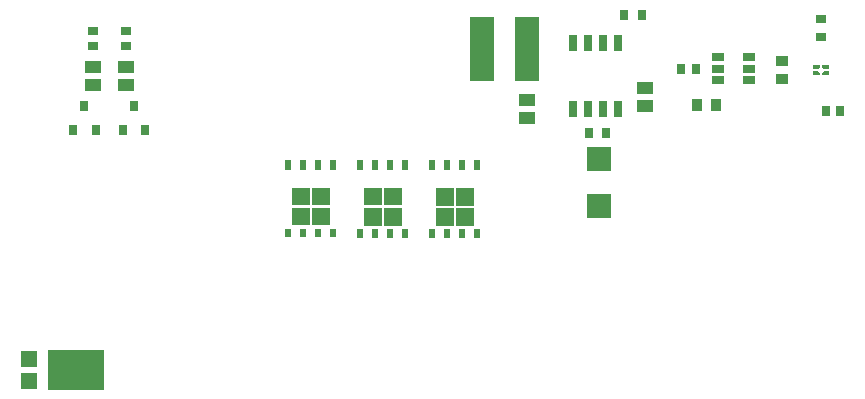
<source format=gbr>
%TF.GenerationSoftware,Altium Limited,Altium Designer,23.2.1 (34)*%
G04 Layer_Color=8421504*
%FSLAX45Y45*%
%MOMM*%
%TF.SameCoordinates,E9D2124A-86AF-48F7-823B-9A8D6BDBC947*%
%TF.FilePolarity,Positive*%
%TF.FileFunction,Paste,Top*%
%TF.Part,Single*%
G01*
G75*
%TA.AperFunction,SMDPad,CuDef*%
%ADD12R,0.50000X0.85001*%
%ADD13R,0.60000X0.80000*%
%ADD14R,0.80000X0.90000*%
%ADD15R,0.90000X0.70000*%
%ADD16R,0.75000X0.90000*%
%ADD17R,1.00000X0.90000*%
G04:AMPARAMS|DCode=18|XSize=1.1mm|YSize=0.6mm|CornerRadius=0.051mm|HoleSize=0mm|Usage=FLASHONLY|Rotation=180.000|XOffset=0mm|YOffset=0mm|HoleType=Round|Shape=RoundedRectangle|*
%AMROUNDEDRECTD18*
21,1,1.10000,0.49800,0,0,180.0*
21,1,0.99800,0.60000,0,0,180.0*
1,1,0.10200,-0.49900,0.24900*
1,1,0.10200,0.49900,0.24900*
1,1,0.10200,0.49900,-0.24900*
1,1,0.10200,-0.49900,-0.24900*
%
%ADD18ROUNDEDRECTD18*%
%ADD19R,0.70000X0.90000*%
%ADD20R,2.00000X2.00000*%
%ADD21R,0.65000X1.45000*%
%ADD22R,2.15000X5.50000*%
%ADD23R,1.40000X1.10000*%
%ADD24R,0.95000X0.80000*%
%ADD25R,1.40000X1.39000*%
%ADD26R,4.86000X3.36000*%
%ADD27R,0.90000X1.00000*%
G36*
X10583037Y7985600D02*
X10539742D01*
X10525600Y7999742D01*
Y8013827D01*
X10583037D01*
Y7985600D01*
D02*
G37*
G36*
X10505600Y7999742D02*
X10491458Y7985600D01*
X10448163D01*
Y8013827D01*
X10505600D01*
Y7999742D01*
D02*
G37*
G36*
X10583037Y7937373D02*
X10525600D01*
Y7951458D01*
X10539742Y7965600D01*
X10583037D01*
Y7937373D01*
D02*
G37*
G36*
X10505600Y7951458D02*
Y7937373D01*
X10448163D01*
Y7965600D01*
X10491458D01*
X10505600Y7951458D01*
D02*
G37*
G36*
X6408100Y7138499D02*
X6368100D01*
Y7213500D01*
X6408100D01*
Y7138499D01*
D02*
G37*
G36*
X6281100D02*
X6241100D01*
Y7213500D01*
X6281100D01*
Y7138499D01*
D02*
G37*
G36*
X6154100D02*
X6114100D01*
Y7213500D01*
X6154100D01*
Y7138499D01*
D02*
G37*
G36*
X6027100D02*
X5987100D01*
Y7213500D01*
X6027100D01*
Y7138499D01*
D02*
G37*
G36*
X7017700Y7136699D02*
X6977700D01*
Y7211701D01*
X7017700D01*
Y7136699D01*
D02*
G37*
G36*
X6890700D02*
X6850700D01*
Y7211701D01*
X6890700D01*
Y7136699D01*
D02*
G37*
G36*
X6763700D02*
X6723700D01*
Y7211701D01*
X6763700D01*
Y7136699D01*
D02*
G37*
G36*
X6636700D02*
X6596700D01*
Y7211701D01*
X6636700D01*
Y7136699D01*
D02*
G37*
G36*
X7627300Y7136349D02*
X7587300D01*
Y7211351D01*
X7627300D01*
Y7136349D01*
D02*
G37*
G36*
X7500300D02*
X7460300D01*
Y7211351D01*
X7500300D01*
Y7136349D01*
D02*
G37*
G36*
X7373300D02*
X7333300D01*
Y7211351D01*
X7373300D01*
Y7136349D01*
D02*
G37*
G36*
X7246300D02*
X7206300D01*
Y7211351D01*
X7246300D01*
Y7136349D01*
D02*
G37*
G36*
X6357600Y6830550D02*
X6207600D01*
Y6980550D01*
X6357600D01*
Y6830550D01*
D02*
G37*
G36*
X6187600D02*
X6037600D01*
Y6980550D01*
X6187600D01*
Y6830550D01*
D02*
G37*
G36*
X6967200Y6828750D02*
X6817200D01*
Y6978750D01*
X6967200D01*
Y6828750D01*
D02*
G37*
G36*
X6797200D02*
X6647200D01*
Y6978750D01*
X6797200D01*
Y6828750D01*
D02*
G37*
G36*
X7576800Y6828400D02*
X7426800D01*
Y6978400D01*
X7576800D01*
Y6828400D01*
D02*
G37*
G36*
X7406800D02*
X7256800D01*
Y6978400D01*
X7406800D01*
Y6828400D01*
D02*
G37*
G36*
X6357600Y6660550D02*
X6207600D01*
Y6810550D01*
X6357600D01*
Y6660550D01*
D02*
G37*
G36*
X6187600D02*
X6037600D01*
Y6810550D01*
X6187600D01*
Y6660550D01*
D02*
G37*
G36*
X6967200Y6658750D02*
X6817200D01*
Y6808750D01*
X6967200D01*
Y6658750D01*
D02*
G37*
G36*
X6797200D02*
X6647200D01*
Y6808750D01*
X6797200D01*
Y6658750D01*
D02*
G37*
G36*
X7576800Y6658400D02*
X7426800D01*
Y6808400D01*
X7576800D01*
Y6658400D01*
D02*
G37*
G36*
X7406800D02*
X7256800D01*
Y6808400D01*
X7406800D01*
Y6658400D01*
D02*
G37*
G36*
X6413100Y6557599D02*
X6363100D01*
Y6632600D01*
X6413100D01*
Y6557599D01*
D02*
G37*
G36*
X6286100D02*
X6236100D01*
Y6632600D01*
X6286100D01*
Y6557599D01*
D02*
G37*
G36*
X6159100D02*
X6109100D01*
Y6632600D01*
X6159100D01*
Y6557599D01*
D02*
G37*
G36*
X6032100D02*
X5982100D01*
Y6632600D01*
X6032100D01*
Y6557599D01*
D02*
G37*
G36*
X7022700Y6555799D02*
X6972700D01*
Y6630801D01*
X7022700D01*
Y6555799D01*
D02*
G37*
G36*
X6895700D02*
X6845700D01*
Y6630801D01*
X6895700D01*
Y6555799D01*
D02*
G37*
G36*
X6768700D02*
X6718700D01*
Y6630801D01*
X6768700D01*
Y6555799D01*
D02*
G37*
G36*
X6641700D02*
X6591700D01*
Y6630801D01*
X6641700D01*
Y6555799D01*
D02*
G37*
G36*
X7632300Y6555449D02*
X7582300D01*
Y6630451D01*
X7632300D01*
Y6555449D01*
D02*
G37*
G36*
X7505300D02*
X7455300D01*
Y6630451D01*
X7505300D01*
Y6555449D01*
D02*
G37*
G36*
X7378300D02*
X7328300D01*
Y6630451D01*
X7378300D01*
Y6555449D01*
D02*
G37*
G36*
X7251300D02*
X7201300D01*
Y6630451D01*
X7251300D01*
Y6555449D01*
D02*
G37*
D12*
X6388100Y7175500D02*
D03*
X6261100D02*
D03*
X6134100D02*
D03*
X6007100D02*
D03*
X6997700Y7173700D02*
D03*
X6870700D02*
D03*
X6743700D02*
D03*
X6616700D02*
D03*
X7607300Y7173350D02*
D03*
X7480300D02*
D03*
X7353300D02*
D03*
X7226300D02*
D03*
D13*
X6007100Y6593100D02*
D03*
X6134100D02*
D03*
X6261100D02*
D03*
X6388100D02*
D03*
X6616700Y6591300D02*
D03*
X6743700D02*
D03*
X6870700D02*
D03*
X6997700D02*
D03*
X7226300Y6590950D02*
D03*
X7353300D02*
D03*
X7480300D02*
D03*
X7607300D02*
D03*
D14*
X4604000Y7470800D02*
D03*
X4794000D02*
D03*
X4699000Y7670800D02*
D03*
X4184900Y7469200D02*
D03*
X4374900D02*
D03*
X4279900Y7669200D02*
D03*
D15*
X10515600Y8406200D02*
D03*
Y8256200D02*
D03*
D16*
X10677200Y7632700D02*
D03*
X10557200D02*
D03*
X9334900Y7986700D02*
D03*
X9454900D02*
D03*
D17*
X10185400Y8055600D02*
D03*
Y7895600D02*
D03*
D18*
X9645900Y7891700D02*
D03*
Y7986700D02*
D03*
Y8081700D02*
D03*
X9905900D02*
D03*
Y7986700D02*
D03*
Y7891700D02*
D03*
D19*
X8698300Y7442200D02*
D03*
X8548300D02*
D03*
X8851900Y8445500D02*
D03*
X9001900D02*
D03*
D20*
X8636000Y6826300D02*
D03*
Y7226300D02*
D03*
D21*
X8801100Y8202300D02*
D03*
X8674100D02*
D03*
X8547100D02*
D03*
X8420100D02*
D03*
Y7647300D02*
D03*
X8547100D02*
D03*
X8674100D02*
D03*
X8801100D02*
D03*
D22*
X8028400Y8153400D02*
D03*
X7643400D02*
D03*
D23*
X4353000Y7848200D02*
D03*
Y7998200D02*
D03*
X4635500Y7849800D02*
D03*
Y7999800D02*
D03*
X9029700Y7822000D02*
D03*
Y7672000D02*
D03*
X8026400Y7570400D02*
D03*
Y7720400D02*
D03*
D24*
X4356100Y8179800D02*
D03*
Y8304800D02*
D03*
X4635500D02*
D03*
Y8179800D02*
D03*
D25*
X3810000Y5530700D02*
D03*
Y5346700D02*
D03*
D26*
X4208200Y5438700D02*
D03*
D27*
X9627300Y7681900D02*
D03*
X9467300D02*
D03*
%TF.MD5,af1bc00da1a27e37a5a92c336727cd8d*%
M02*

</source>
